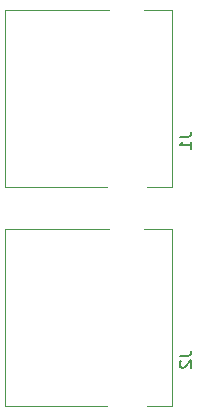
<source format=gbr>
G04 #@! TF.GenerationSoftware,KiCad,Pcbnew,(5.0.0)*
G04 #@! TF.CreationDate,2018-12-19T21:55:00+01:00*
G04 #@! TF.ProjectId,main,6D61696E2E6B696361645F7063620000,rev?*
G04 #@! TF.SameCoordinates,Original*
G04 #@! TF.FileFunction,Legend,Bot*
G04 #@! TF.FilePolarity,Positive*
%FSLAX46Y46*%
G04 Gerber Fmt 4.6, Leading zero omitted, Abs format (unit mm)*
G04 Created by KiCad (PCBNEW (5.0.0)) date 12/19/18 21:55:00*
%MOMM*%
%LPD*%
G01*
G04 APERTURE LIST*
%ADD10C,0.120000*%
%ADD11C,0.150000*%
G04 APERTURE END LIST*
D10*
G04 #@! TO.C,J1*
X248536000Y-126618000D02*
X246206000Y-126618000D01*
X248536000Y-141608000D02*
X246416000Y-141608000D01*
X248536000Y-126618000D02*
X248536000Y-141608000D01*
X234446000Y-126618000D02*
X234446000Y-141608000D01*
X243246000Y-126618000D02*
X234446000Y-126618000D01*
X243046000Y-141608000D02*
X234446000Y-141608000D01*
G04 #@! TO.C,J2*
X243046000Y-160150000D02*
X234446000Y-160150000D01*
X243246000Y-145160000D02*
X234446000Y-145160000D01*
X234446000Y-145160000D02*
X234446000Y-160150000D01*
X248536000Y-145160000D02*
X248536000Y-160150000D01*
X248536000Y-160150000D02*
X246416000Y-160150000D01*
X248536000Y-145160000D02*
X246206000Y-145160000D01*
G04 #@! TO.C,J1*
D11*
X249198380Y-137334666D02*
X249912666Y-137334666D01*
X250055523Y-137287047D01*
X250150761Y-137191809D01*
X250198380Y-137048952D01*
X250198380Y-136953714D01*
X250198380Y-138334666D02*
X250198380Y-137763238D01*
X250198380Y-138048952D02*
X249198380Y-138048952D01*
X249341238Y-137953714D01*
X249436476Y-137858476D01*
X249484095Y-137763238D01*
G04 #@! TO.C,J2*
X249198380Y-155876666D02*
X249912666Y-155876666D01*
X250055523Y-155829047D01*
X250150761Y-155733809D01*
X250198380Y-155590952D01*
X250198380Y-155495714D01*
X249293619Y-156305238D02*
X249246000Y-156352857D01*
X249198380Y-156448095D01*
X249198380Y-156686190D01*
X249246000Y-156781428D01*
X249293619Y-156829047D01*
X249388857Y-156876666D01*
X249484095Y-156876666D01*
X249626952Y-156829047D01*
X250198380Y-156257619D01*
X250198380Y-156876666D01*
G04 #@! TD*
M02*

</source>
